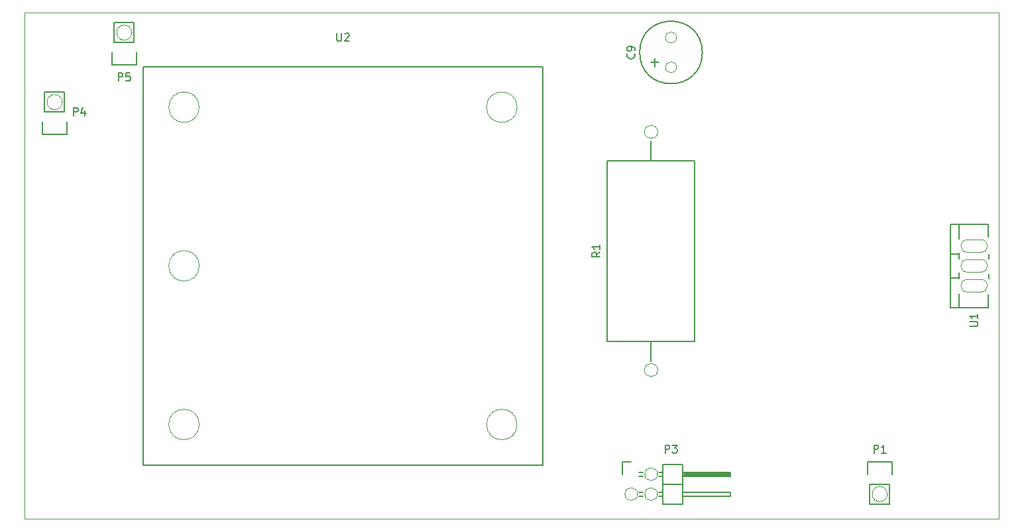
<source format=gbr>
G04 #@! TF.FileFunction,Legend,Top*
%FSLAX46Y46*%
G04 Gerber Fmt 4.6, Leading zero omitted, Abs format (unit mm)*
G04 Created by KiCad (PCBNEW (after 2015-mar-04 BZR unknown)-product) date Mon 31 Oct 2016 03:55:16 PM CET*
%MOMM*%
G01*
G04 APERTURE LIST*
%ADD10C,0.100000*%
%ADD11C,0.150000*%
G04 APERTURE END LIST*
D10*
X50165000Y-114935000D02*
X50165000Y-50165000D01*
X174625000Y-114935000D02*
X50165000Y-114935000D01*
X174625000Y-50165000D02*
X174625000Y-114935000D01*
X50165000Y-50165000D02*
X174625000Y-50165000D01*
D11*
X130690620Y-57045860D02*
X130690620Y-56019700D01*
X130139440Y-56520080D02*
X131191000Y-56520080D01*
X136715500Y-55245000D02*
G75*
G03X136715500Y-55245000I-4000500J0D01*
G01*
X160655000Y-110490000D02*
X160655000Y-113030000D01*
X160935000Y-107670000D02*
X160935000Y-109220000D01*
X160655000Y-110490000D02*
X158115000Y-110490000D01*
X157835000Y-109220000D02*
X157835000Y-107670000D01*
X157835000Y-107670000D02*
X160935000Y-107670000D01*
X158115000Y-110490000D02*
X158115000Y-113030000D01*
X158115000Y-113030000D02*
X160655000Y-113030000D01*
X129159000Y-112014000D02*
X128651000Y-112014000D01*
X129159000Y-111506000D02*
X128651000Y-111506000D01*
X129159000Y-109474000D02*
X128651000Y-109474000D01*
X129159000Y-108966000D02*
X128651000Y-108966000D01*
X131699000Y-108966000D02*
X131191000Y-108966000D01*
X131699000Y-109474000D02*
X131191000Y-109474000D01*
X131699000Y-111506000D02*
X131191000Y-111506000D01*
X131699000Y-112014000D02*
X131191000Y-112014000D01*
X127635000Y-107670000D02*
X126485000Y-107670000D01*
X126485000Y-107670000D02*
X126485000Y-109220000D01*
X134239000Y-109093000D02*
X140208000Y-109093000D01*
X140208000Y-109093000D02*
X140208000Y-109347000D01*
X140208000Y-109347000D02*
X134366000Y-109347000D01*
X134366000Y-109347000D02*
X134366000Y-109220000D01*
X134366000Y-109220000D02*
X140208000Y-109220000D01*
X131699000Y-113030000D02*
X134239000Y-113030000D01*
X131699000Y-110490000D02*
X134239000Y-110490000D01*
X131699000Y-110490000D02*
X131699000Y-113030000D01*
X131699000Y-113030000D02*
X134239000Y-113030000D01*
X134239000Y-111506000D02*
X140335000Y-111506000D01*
X140335000Y-111506000D02*
X140335000Y-112014000D01*
X140335000Y-112014000D02*
X134239000Y-112014000D01*
X134239000Y-113030000D02*
X134239000Y-110490000D01*
X134239000Y-110490000D02*
X134239000Y-107950000D01*
X140335000Y-109474000D02*
X134239000Y-109474000D01*
X140335000Y-108966000D02*
X140335000Y-109474000D01*
X134239000Y-108966000D02*
X140335000Y-108966000D01*
X131699000Y-110490000D02*
X134239000Y-110490000D01*
X131699000Y-107950000D02*
X131699000Y-110490000D01*
X131699000Y-107950000D02*
X134239000Y-107950000D01*
X52705000Y-62865000D02*
X52705000Y-60325000D01*
X52425000Y-65685000D02*
X52425000Y-64135000D01*
X52705000Y-62865000D02*
X55245000Y-62865000D01*
X55525000Y-64135000D02*
X55525000Y-65685000D01*
X55525000Y-65685000D02*
X52425000Y-65685000D01*
X55245000Y-62865000D02*
X55245000Y-60325000D01*
X55245000Y-60325000D02*
X52705000Y-60325000D01*
X61595000Y-53975000D02*
X61595000Y-51435000D01*
X61315000Y-56795000D02*
X61315000Y-55245000D01*
X61595000Y-53975000D02*
X64135000Y-53975000D01*
X64415000Y-55245000D02*
X64415000Y-56795000D01*
X64415000Y-56795000D02*
X61315000Y-56795000D01*
X64135000Y-53975000D02*
X64135000Y-51435000D01*
X64135000Y-51435000D02*
X61595000Y-51435000D01*
X169545000Y-77216000D02*
X169545000Y-79121000D01*
X169545000Y-81661000D02*
X169545000Y-80899000D01*
X169545000Y-84074000D02*
X169545000Y-84201000D01*
X169545000Y-84074000D02*
X169545000Y-83439000D01*
X169545000Y-87884000D02*
X169545000Y-86106000D01*
X173228000Y-87884000D02*
X173228000Y-86233000D01*
X173355000Y-83566000D02*
X173355000Y-84201000D01*
X173355000Y-81026000D02*
X173355000Y-81661000D01*
X173228000Y-77216000D02*
X173228000Y-78867000D01*
X168402000Y-84074000D02*
X169545000Y-84074000D01*
X168402000Y-81026000D02*
X169545000Y-81026000D01*
X169545000Y-77216000D02*
X173228000Y-77216000D01*
X173228000Y-87884000D02*
X169545000Y-87884000D01*
X168402000Y-77216000D02*
X169545000Y-77216000D01*
X169545000Y-87884000D02*
X168402000Y-87884000D01*
X168402000Y-82550000D02*
X168402000Y-87884000D01*
X168402000Y-82550000D02*
X168402000Y-77216000D01*
X116305000Y-108050000D02*
X116305000Y-57050000D01*
X65305000Y-108050000D02*
X116305000Y-108050000D01*
X65305000Y-57050000D02*
X116305000Y-57050000D01*
X65305000Y-108050000D02*
X65305000Y-57050000D01*
X134747000Y-92202000D02*
X135763000Y-92202000D01*
X135763000Y-92202000D02*
X135763000Y-69088000D01*
X135763000Y-69088000D02*
X134747000Y-69088000D01*
X125603000Y-92202000D02*
X124587000Y-92202000D01*
X124587000Y-92202000D02*
X124587000Y-69088000D01*
X124587000Y-69088000D02*
X125603000Y-69088000D01*
X130175000Y-69088000D02*
X130175000Y-66548000D01*
X130175000Y-92202000D02*
X130175000Y-94742000D01*
X125603000Y-92202000D02*
X134747000Y-92202000D01*
X134747000Y-69088000D02*
X125603000Y-69088000D01*
D10*
X133415570Y-53340000D02*
G75*
G03X133415570Y-53340000I-700570J0D01*
G01*
X133415570Y-57150000D02*
G75*
G03X133415570Y-57150000I-700570J0D01*
G01*
X158419000Y-111760000D02*
X158419000Y-111760000D01*
X160351000Y-111760000D02*
X160351000Y-111760000D01*
X158419000Y-111760000D02*
G75*
G03X160351000Y-111760000I966000J0D01*
G01*
X160351000Y-111760000D02*
G75*
G03X158419000Y-111760000I-966000J0D01*
G01*
X129361400Y-109220000D02*
X129361400Y-109220000D01*
X130988600Y-109220000D02*
X130988600Y-109220000D01*
X129361400Y-109220000D02*
G75*
G03X130988600Y-109220000I813600J0D01*
G01*
X130988600Y-109220000D02*
G75*
G03X129361400Y-109220000I-813600J0D01*
G01*
X126821400Y-111760000D02*
X126821400Y-111760000D01*
X128448600Y-111760000D02*
X128448600Y-111760000D01*
X126821400Y-111760000D02*
G75*
G03X128448600Y-111760000I813600J0D01*
G01*
X128448600Y-111760000D02*
G75*
G03X126821400Y-111760000I-813600J0D01*
G01*
X129361400Y-111760000D02*
X129361400Y-111760000D01*
X130988600Y-111760000D02*
X130988600Y-111760000D01*
X129361400Y-111760000D02*
G75*
G03X130988600Y-111760000I813600J0D01*
G01*
X130988600Y-111760000D02*
G75*
G03X129361400Y-111760000I-813600J0D01*
G01*
X54941000Y-61595000D02*
X54941000Y-61595000D01*
X53009000Y-61595000D02*
X53009000Y-61595000D01*
X54941000Y-61595000D02*
G75*
G03X53009000Y-61595000I-966000J0D01*
G01*
X53009000Y-61595000D02*
G75*
G03X54941000Y-61595000I966000J0D01*
G01*
X63831000Y-52705000D02*
X63831000Y-52705000D01*
X61899000Y-52705000D02*
X61899000Y-52705000D01*
X63831000Y-52705000D02*
G75*
G03X61899000Y-52705000I-966000J0D01*
G01*
X61899000Y-52705000D02*
G75*
G03X63831000Y-52705000I966000J0D01*
G01*
X172350430Y-81750370D02*
X170549570Y-81750370D01*
X172350430Y-83349630D02*
X170549570Y-83349630D01*
X170549570Y-81750370D02*
G75*
G03X170549570Y-83349630I0J-799630D01*
G01*
X172350430Y-83349630D02*
G75*
G03X172350430Y-81750370I0J799630D01*
G01*
X172350430Y-84290370D02*
X170549570Y-84290370D01*
X172350430Y-85889630D02*
X170549570Y-85889630D01*
X170549570Y-84290370D02*
G75*
G03X170549570Y-85889630I0J-799630D01*
G01*
X172350430Y-85889630D02*
G75*
G03X172350430Y-84290370I0J799630D01*
G01*
X172350430Y-79210370D02*
X170549570Y-79210370D01*
X172350430Y-80809630D02*
X170549570Y-80809630D01*
X170549570Y-79210370D02*
G75*
G03X170549570Y-80809630I0J-799630D01*
G01*
X172350430Y-80809630D02*
G75*
G03X172350430Y-79210370I0J799630D01*
G01*
X72455000Y-62250000D02*
G75*
G03X72455000Y-62250000I-1950000J0D01*
G01*
X72455000Y-82550000D02*
G75*
G03X72455000Y-82550000I-1950000J0D01*
G01*
X72455000Y-102850000D02*
G75*
G03X72455000Y-102850000I-1950000J0D01*
G01*
X113055000Y-102850000D02*
G75*
G03X113055000Y-102850000I-1950000J0D01*
G01*
X113055000Y-62250000D02*
G75*
G03X113055000Y-62250000I-1950000J0D01*
G01*
X131025000Y-95885000D02*
G75*
G03X131025000Y-95885000I-850000J0D01*
G01*
X131025000Y-65405000D02*
G75*
G03X131025000Y-65405000I-850000J0D01*
G01*
D11*
X127992143Y-55411666D02*
X128039762Y-55459285D01*
X128087381Y-55602142D01*
X128087381Y-55697380D01*
X128039762Y-55840238D01*
X127944524Y-55935476D01*
X127849286Y-55983095D01*
X127658810Y-56030714D01*
X127515952Y-56030714D01*
X127325476Y-55983095D01*
X127230238Y-55935476D01*
X127135000Y-55840238D01*
X127087381Y-55697380D01*
X127087381Y-55602142D01*
X127135000Y-55459285D01*
X127182619Y-55411666D01*
X128087381Y-54935476D02*
X128087381Y-54745000D01*
X128039762Y-54649761D01*
X127992143Y-54602142D01*
X127849286Y-54506904D01*
X127658810Y-54459285D01*
X127277857Y-54459285D01*
X127182619Y-54506904D01*
X127135000Y-54554523D01*
X127087381Y-54649761D01*
X127087381Y-54840238D01*
X127135000Y-54935476D01*
X127182619Y-54983095D01*
X127277857Y-55030714D01*
X127515952Y-55030714D01*
X127611190Y-54983095D01*
X127658810Y-54935476D01*
X127706429Y-54840238D01*
X127706429Y-54649761D01*
X127658810Y-54554523D01*
X127611190Y-54506904D01*
X127515952Y-54459285D01*
X158646905Y-106497381D02*
X158646905Y-105497381D01*
X159027858Y-105497381D01*
X159123096Y-105545000D01*
X159170715Y-105592619D01*
X159218334Y-105687857D01*
X159218334Y-105830714D01*
X159170715Y-105925952D01*
X159123096Y-105973571D01*
X159027858Y-106021190D01*
X158646905Y-106021190D01*
X160170715Y-106497381D02*
X159599286Y-106497381D01*
X159885000Y-106497381D02*
X159885000Y-105497381D01*
X159789762Y-105640238D01*
X159694524Y-105735476D01*
X159599286Y-105783095D01*
X131976905Y-106497381D02*
X131976905Y-105497381D01*
X132357858Y-105497381D01*
X132453096Y-105545000D01*
X132500715Y-105592619D01*
X132548334Y-105687857D01*
X132548334Y-105830714D01*
X132500715Y-105925952D01*
X132453096Y-105973571D01*
X132357858Y-106021190D01*
X131976905Y-106021190D01*
X132881667Y-105497381D02*
X133500715Y-105497381D01*
X133167381Y-105878333D01*
X133310239Y-105878333D01*
X133405477Y-105925952D01*
X133453096Y-105973571D01*
X133500715Y-106068810D01*
X133500715Y-106306905D01*
X133453096Y-106402143D01*
X133405477Y-106449762D01*
X133310239Y-106497381D01*
X133024524Y-106497381D01*
X132929286Y-106449762D01*
X132881667Y-106402143D01*
X56411905Y-63317381D02*
X56411905Y-62317381D01*
X56792858Y-62317381D01*
X56888096Y-62365000D01*
X56935715Y-62412619D01*
X56983334Y-62507857D01*
X56983334Y-62650714D01*
X56935715Y-62745952D01*
X56888096Y-62793571D01*
X56792858Y-62841190D01*
X56411905Y-62841190D01*
X57840477Y-62650714D02*
X57840477Y-63317381D01*
X57602381Y-62269762D02*
X57364286Y-62984048D01*
X57983334Y-62984048D01*
X62126905Y-58872381D02*
X62126905Y-57872381D01*
X62507858Y-57872381D01*
X62603096Y-57920000D01*
X62650715Y-57967619D01*
X62698334Y-58062857D01*
X62698334Y-58205714D01*
X62650715Y-58300952D01*
X62603096Y-58348571D01*
X62507858Y-58396190D01*
X62126905Y-58396190D01*
X63603096Y-57872381D02*
X63126905Y-57872381D01*
X63079286Y-58348571D01*
X63126905Y-58300952D01*
X63222143Y-58253333D01*
X63460239Y-58253333D01*
X63555477Y-58300952D01*
X63603096Y-58348571D01*
X63650715Y-58443810D01*
X63650715Y-58681905D01*
X63603096Y-58777143D01*
X63555477Y-58824762D01*
X63460239Y-58872381D01*
X63222143Y-58872381D01*
X63126905Y-58824762D01*
X63079286Y-58777143D01*
X170902381Y-90296905D02*
X171711905Y-90296905D01*
X171807143Y-90249286D01*
X171854762Y-90201667D01*
X171902381Y-90106429D01*
X171902381Y-89915952D01*
X171854762Y-89820714D01*
X171807143Y-89773095D01*
X171711905Y-89725476D01*
X170902381Y-89725476D01*
X171902381Y-88725476D02*
X171902381Y-89296905D01*
X171902381Y-89011191D02*
X170902381Y-89011191D01*
X171045238Y-89106429D01*
X171140476Y-89201667D01*
X171188095Y-89296905D01*
X90043095Y-52792381D02*
X90043095Y-53601905D01*
X90090714Y-53697143D01*
X90138333Y-53744762D01*
X90233571Y-53792381D01*
X90424048Y-53792381D01*
X90519286Y-53744762D01*
X90566905Y-53697143D01*
X90614524Y-53601905D01*
X90614524Y-52792381D01*
X91043095Y-52887619D02*
X91090714Y-52840000D01*
X91185952Y-52792381D01*
X91424048Y-52792381D01*
X91519286Y-52840000D01*
X91566905Y-52887619D01*
X91614524Y-52982857D01*
X91614524Y-53078095D01*
X91566905Y-53220952D01*
X90995476Y-53792381D01*
X91614524Y-53792381D01*
X123642381Y-80811666D02*
X123166190Y-81145000D01*
X123642381Y-81383095D02*
X122642381Y-81383095D01*
X122642381Y-81002142D01*
X122690000Y-80906904D01*
X122737619Y-80859285D01*
X122832857Y-80811666D01*
X122975714Y-80811666D01*
X123070952Y-80859285D01*
X123118571Y-80906904D01*
X123166190Y-81002142D01*
X123166190Y-81383095D01*
X123642381Y-79859285D02*
X123642381Y-80430714D01*
X123642381Y-80145000D02*
X122642381Y-80145000D01*
X122785238Y-80240238D01*
X122880476Y-80335476D01*
X122928095Y-80430714D01*
M02*

</source>
